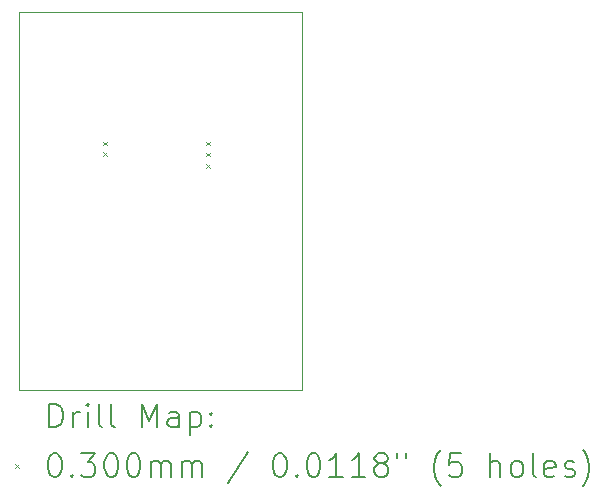
<source format=gbr>
%TF.GenerationSoftware,KiCad,Pcbnew,8.0.9*%
%TF.CreationDate,2025-11-29T23:27:23-05:00*%
%TF.ProjectId,repositorio,7265706f-7369-4746-9f72-696f2e6b6963,rev?*%
%TF.SameCoordinates,Original*%
%TF.FileFunction,Drillmap*%
%TF.FilePolarity,Positive*%
%FSLAX45Y45*%
G04 Gerber Fmt 4.5, Leading zero omitted, Abs format (unit mm)*
G04 Created by KiCad (PCBNEW 8.0.9) date 2025-11-29 23:27:23*
%MOMM*%
%LPD*%
G01*
G04 APERTURE LIST*
%ADD10C,0.050000*%
%ADD11C,0.200000*%
%ADD12C,0.100000*%
G04 APERTURE END LIST*
D10*
X17750000Y-6650000D02*
X20150000Y-6650000D01*
X20150000Y-9850000D01*
X17750000Y-9850000D01*
X17750000Y-6650000D01*
D11*
D12*
X18465000Y-7745000D02*
X18495000Y-7775000D01*
X18495000Y-7745000D02*
X18465000Y-7775000D01*
X18465000Y-7835000D02*
X18495000Y-7865000D01*
X18495000Y-7835000D02*
X18465000Y-7865000D01*
X19335000Y-7745000D02*
X19365000Y-7775000D01*
X19365000Y-7745000D02*
X19335000Y-7775000D01*
X19335000Y-7840000D02*
X19365000Y-7870000D01*
X19365000Y-7840000D02*
X19335000Y-7870000D01*
X19335000Y-7935000D02*
X19365000Y-7965000D01*
X19365000Y-7935000D02*
X19335000Y-7965000D01*
D11*
X18008277Y-10163984D02*
X18008277Y-9963984D01*
X18008277Y-9963984D02*
X18055896Y-9963984D01*
X18055896Y-9963984D02*
X18084467Y-9973508D01*
X18084467Y-9973508D02*
X18103515Y-9992555D01*
X18103515Y-9992555D02*
X18113039Y-10011603D01*
X18113039Y-10011603D02*
X18122563Y-10049698D01*
X18122563Y-10049698D02*
X18122563Y-10078270D01*
X18122563Y-10078270D02*
X18113039Y-10116365D01*
X18113039Y-10116365D02*
X18103515Y-10135412D01*
X18103515Y-10135412D02*
X18084467Y-10154460D01*
X18084467Y-10154460D02*
X18055896Y-10163984D01*
X18055896Y-10163984D02*
X18008277Y-10163984D01*
X18208277Y-10163984D02*
X18208277Y-10030650D01*
X18208277Y-10068746D02*
X18217801Y-10049698D01*
X18217801Y-10049698D02*
X18227324Y-10040174D01*
X18227324Y-10040174D02*
X18246372Y-10030650D01*
X18246372Y-10030650D02*
X18265420Y-10030650D01*
X18332086Y-10163984D02*
X18332086Y-10030650D01*
X18332086Y-9963984D02*
X18322563Y-9973508D01*
X18322563Y-9973508D02*
X18332086Y-9983031D01*
X18332086Y-9983031D02*
X18341610Y-9973508D01*
X18341610Y-9973508D02*
X18332086Y-9963984D01*
X18332086Y-9963984D02*
X18332086Y-9983031D01*
X18455896Y-10163984D02*
X18436848Y-10154460D01*
X18436848Y-10154460D02*
X18427324Y-10135412D01*
X18427324Y-10135412D02*
X18427324Y-9963984D01*
X18560658Y-10163984D02*
X18541610Y-10154460D01*
X18541610Y-10154460D02*
X18532086Y-10135412D01*
X18532086Y-10135412D02*
X18532086Y-9963984D01*
X18789229Y-10163984D02*
X18789229Y-9963984D01*
X18789229Y-9963984D02*
X18855896Y-10106841D01*
X18855896Y-10106841D02*
X18922563Y-9963984D01*
X18922563Y-9963984D02*
X18922563Y-10163984D01*
X19103515Y-10163984D02*
X19103515Y-10059222D01*
X19103515Y-10059222D02*
X19093991Y-10040174D01*
X19093991Y-10040174D02*
X19074944Y-10030650D01*
X19074944Y-10030650D02*
X19036848Y-10030650D01*
X19036848Y-10030650D02*
X19017801Y-10040174D01*
X19103515Y-10154460D02*
X19084467Y-10163984D01*
X19084467Y-10163984D02*
X19036848Y-10163984D01*
X19036848Y-10163984D02*
X19017801Y-10154460D01*
X19017801Y-10154460D02*
X19008277Y-10135412D01*
X19008277Y-10135412D02*
X19008277Y-10116365D01*
X19008277Y-10116365D02*
X19017801Y-10097317D01*
X19017801Y-10097317D02*
X19036848Y-10087793D01*
X19036848Y-10087793D02*
X19084467Y-10087793D01*
X19084467Y-10087793D02*
X19103515Y-10078270D01*
X19198753Y-10030650D02*
X19198753Y-10230650D01*
X19198753Y-10040174D02*
X19217801Y-10030650D01*
X19217801Y-10030650D02*
X19255896Y-10030650D01*
X19255896Y-10030650D02*
X19274944Y-10040174D01*
X19274944Y-10040174D02*
X19284467Y-10049698D01*
X19284467Y-10049698D02*
X19293991Y-10068746D01*
X19293991Y-10068746D02*
X19293991Y-10125889D01*
X19293991Y-10125889D02*
X19284467Y-10144936D01*
X19284467Y-10144936D02*
X19274944Y-10154460D01*
X19274944Y-10154460D02*
X19255896Y-10163984D01*
X19255896Y-10163984D02*
X19217801Y-10163984D01*
X19217801Y-10163984D02*
X19198753Y-10154460D01*
X19379705Y-10144936D02*
X19389229Y-10154460D01*
X19389229Y-10154460D02*
X19379705Y-10163984D01*
X19379705Y-10163984D02*
X19370182Y-10154460D01*
X19370182Y-10154460D02*
X19379705Y-10144936D01*
X19379705Y-10144936D02*
X19379705Y-10163984D01*
X19379705Y-10040174D02*
X19389229Y-10049698D01*
X19389229Y-10049698D02*
X19379705Y-10059222D01*
X19379705Y-10059222D02*
X19370182Y-10049698D01*
X19370182Y-10049698D02*
X19379705Y-10040174D01*
X19379705Y-10040174D02*
X19379705Y-10059222D01*
D12*
X17717500Y-10477500D02*
X17747500Y-10507500D01*
X17747500Y-10477500D02*
X17717500Y-10507500D01*
D11*
X18046372Y-10383984D02*
X18065420Y-10383984D01*
X18065420Y-10383984D02*
X18084467Y-10393508D01*
X18084467Y-10393508D02*
X18093991Y-10403031D01*
X18093991Y-10403031D02*
X18103515Y-10422079D01*
X18103515Y-10422079D02*
X18113039Y-10460174D01*
X18113039Y-10460174D02*
X18113039Y-10507793D01*
X18113039Y-10507793D02*
X18103515Y-10545889D01*
X18103515Y-10545889D02*
X18093991Y-10564936D01*
X18093991Y-10564936D02*
X18084467Y-10574460D01*
X18084467Y-10574460D02*
X18065420Y-10583984D01*
X18065420Y-10583984D02*
X18046372Y-10583984D01*
X18046372Y-10583984D02*
X18027324Y-10574460D01*
X18027324Y-10574460D02*
X18017801Y-10564936D01*
X18017801Y-10564936D02*
X18008277Y-10545889D01*
X18008277Y-10545889D02*
X17998753Y-10507793D01*
X17998753Y-10507793D02*
X17998753Y-10460174D01*
X17998753Y-10460174D02*
X18008277Y-10422079D01*
X18008277Y-10422079D02*
X18017801Y-10403031D01*
X18017801Y-10403031D02*
X18027324Y-10393508D01*
X18027324Y-10393508D02*
X18046372Y-10383984D01*
X18198753Y-10564936D02*
X18208277Y-10574460D01*
X18208277Y-10574460D02*
X18198753Y-10583984D01*
X18198753Y-10583984D02*
X18189229Y-10574460D01*
X18189229Y-10574460D02*
X18198753Y-10564936D01*
X18198753Y-10564936D02*
X18198753Y-10583984D01*
X18274944Y-10383984D02*
X18398753Y-10383984D01*
X18398753Y-10383984D02*
X18332086Y-10460174D01*
X18332086Y-10460174D02*
X18360658Y-10460174D01*
X18360658Y-10460174D02*
X18379705Y-10469698D01*
X18379705Y-10469698D02*
X18389229Y-10479222D01*
X18389229Y-10479222D02*
X18398753Y-10498270D01*
X18398753Y-10498270D02*
X18398753Y-10545889D01*
X18398753Y-10545889D02*
X18389229Y-10564936D01*
X18389229Y-10564936D02*
X18379705Y-10574460D01*
X18379705Y-10574460D02*
X18360658Y-10583984D01*
X18360658Y-10583984D02*
X18303515Y-10583984D01*
X18303515Y-10583984D02*
X18284467Y-10574460D01*
X18284467Y-10574460D02*
X18274944Y-10564936D01*
X18522563Y-10383984D02*
X18541610Y-10383984D01*
X18541610Y-10383984D02*
X18560658Y-10393508D01*
X18560658Y-10393508D02*
X18570182Y-10403031D01*
X18570182Y-10403031D02*
X18579705Y-10422079D01*
X18579705Y-10422079D02*
X18589229Y-10460174D01*
X18589229Y-10460174D02*
X18589229Y-10507793D01*
X18589229Y-10507793D02*
X18579705Y-10545889D01*
X18579705Y-10545889D02*
X18570182Y-10564936D01*
X18570182Y-10564936D02*
X18560658Y-10574460D01*
X18560658Y-10574460D02*
X18541610Y-10583984D01*
X18541610Y-10583984D02*
X18522563Y-10583984D01*
X18522563Y-10583984D02*
X18503515Y-10574460D01*
X18503515Y-10574460D02*
X18493991Y-10564936D01*
X18493991Y-10564936D02*
X18484467Y-10545889D01*
X18484467Y-10545889D02*
X18474944Y-10507793D01*
X18474944Y-10507793D02*
X18474944Y-10460174D01*
X18474944Y-10460174D02*
X18484467Y-10422079D01*
X18484467Y-10422079D02*
X18493991Y-10403031D01*
X18493991Y-10403031D02*
X18503515Y-10393508D01*
X18503515Y-10393508D02*
X18522563Y-10383984D01*
X18713039Y-10383984D02*
X18732086Y-10383984D01*
X18732086Y-10383984D02*
X18751134Y-10393508D01*
X18751134Y-10393508D02*
X18760658Y-10403031D01*
X18760658Y-10403031D02*
X18770182Y-10422079D01*
X18770182Y-10422079D02*
X18779705Y-10460174D01*
X18779705Y-10460174D02*
X18779705Y-10507793D01*
X18779705Y-10507793D02*
X18770182Y-10545889D01*
X18770182Y-10545889D02*
X18760658Y-10564936D01*
X18760658Y-10564936D02*
X18751134Y-10574460D01*
X18751134Y-10574460D02*
X18732086Y-10583984D01*
X18732086Y-10583984D02*
X18713039Y-10583984D01*
X18713039Y-10583984D02*
X18693991Y-10574460D01*
X18693991Y-10574460D02*
X18684467Y-10564936D01*
X18684467Y-10564936D02*
X18674944Y-10545889D01*
X18674944Y-10545889D02*
X18665420Y-10507793D01*
X18665420Y-10507793D02*
X18665420Y-10460174D01*
X18665420Y-10460174D02*
X18674944Y-10422079D01*
X18674944Y-10422079D02*
X18684467Y-10403031D01*
X18684467Y-10403031D02*
X18693991Y-10393508D01*
X18693991Y-10393508D02*
X18713039Y-10383984D01*
X18865420Y-10583984D02*
X18865420Y-10450650D01*
X18865420Y-10469698D02*
X18874944Y-10460174D01*
X18874944Y-10460174D02*
X18893991Y-10450650D01*
X18893991Y-10450650D02*
X18922563Y-10450650D01*
X18922563Y-10450650D02*
X18941610Y-10460174D01*
X18941610Y-10460174D02*
X18951134Y-10479222D01*
X18951134Y-10479222D02*
X18951134Y-10583984D01*
X18951134Y-10479222D02*
X18960658Y-10460174D01*
X18960658Y-10460174D02*
X18979705Y-10450650D01*
X18979705Y-10450650D02*
X19008277Y-10450650D01*
X19008277Y-10450650D02*
X19027325Y-10460174D01*
X19027325Y-10460174D02*
X19036848Y-10479222D01*
X19036848Y-10479222D02*
X19036848Y-10583984D01*
X19132086Y-10583984D02*
X19132086Y-10450650D01*
X19132086Y-10469698D02*
X19141610Y-10460174D01*
X19141610Y-10460174D02*
X19160658Y-10450650D01*
X19160658Y-10450650D02*
X19189229Y-10450650D01*
X19189229Y-10450650D02*
X19208277Y-10460174D01*
X19208277Y-10460174D02*
X19217801Y-10479222D01*
X19217801Y-10479222D02*
X19217801Y-10583984D01*
X19217801Y-10479222D02*
X19227325Y-10460174D01*
X19227325Y-10460174D02*
X19246372Y-10450650D01*
X19246372Y-10450650D02*
X19274944Y-10450650D01*
X19274944Y-10450650D02*
X19293991Y-10460174D01*
X19293991Y-10460174D02*
X19303515Y-10479222D01*
X19303515Y-10479222D02*
X19303515Y-10583984D01*
X19693991Y-10374460D02*
X19522563Y-10631603D01*
X19951134Y-10383984D02*
X19970182Y-10383984D01*
X19970182Y-10383984D02*
X19989229Y-10393508D01*
X19989229Y-10393508D02*
X19998753Y-10403031D01*
X19998753Y-10403031D02*
X20008277Y-10422079D01*
X20008277Y-10422079D02*
X20017801Y-10460174D01*
X20017801Y-10460174D02*
X20017801Y-10507793D01*
X20017801Y-10507793D02*
X20008277Y-10545889D01*
X20008277Y-10545889D02*
X19998753Y-10564936D01*
X19998753Y-10564936D02*
X19989229Y-10574460D01*
X19989229Y-10574460D02*
X19970182Y-10583984D01*
X19970182Y-10583984D02*
X19951134Y-10583984D01*
X19951134Y-10583984D02*
X19932087Y-10574460D01*
X19932087Y-10574460D02*
X19922563Y-10564936D01*
X19922563Y-10564936D02*
X19913039Y-10545889D01*
X19913039Y-10545889D02*
X19903515Y-10507793D01*
X19903515Y-10507793D02*
X19903515Y-10460174D01*
X19903515Y-10460174D02*
X19913039Y-10422079D01*
X19913039Y-10422079D02*
X19922563Y-10403031D01*
X19922563Y-10403031D02*
X19932087Y-10393508D01*
X19932087Y-10393508D02*
X19951134Y-10383984D01*
X20103515Y-10564936D02*
X20113039Y-10574460D01*
X20113039Y-10574460D02*
X20103515Y-10583984D01*
X20103515Y-10583984D02*
X20093991Y-10574460D01*
X20093991Y-10574460D02*
X20103515Y-10564936D01*
X20103515Y-10564936D02*
X20103515Y-10583984D01*
X20236848Y-10383984D02*
X20255896Y-10383984D01*
X20255896Y-10383984D02*
X20274944Y-10393508D01*
X20274944Y-10393508D02*
X20284468Y-10403031D01*
X20284468Y-10403031D02*
X20293991Y-10422079D01*
X20293991Y-10422079D02*
X20303515Y-10460174D01*
X20303515Y-10460174D02*
X20303515Y-10507793D01*
X20303515Y-10507793D02*
X20293991Y-10545889D01*
X20293991Y-10545889D02*
X20284468Y-10564936D01*
X20284468Y-10564936D02*
X20274944Y-10574460D01*
X20274944Y-10574460D02*
X20255896Y-10583984D01*
X20255896Y-10583984D02*
X20236848Y-10583984D01*
X20236848Y-10583984D02*
X20217801Y-10574460D01*
X20217801Y-10574460D02*
X20208277Y-10564936D01*
X20208277Y-10564936D02*
X20198753Y-10545889D01*
X20198753Y-10545889D02*
X20189229Y-10507793D01*
X20189229Y-10507793D02*
X20189229Y-10460174D01*
X20189229Y-10460174D02*
X20198753Y-10422079D01*
X20198753Y-10422079D02*
X20208277Y-10403031D01*
X20208277Y-10403031D02*
X20217801Y-10393508D01*
X20217801Y-10393508D02*
X20236848Y-10383984D01*
X20493991Y-10583984D02*
X20379706Y-10583984D01*
X20436848Y-10583984D02*
X20436848Y-10383984D01*
X20436848Y-10383984D02*
X20417801Y-10412555D01*
X20417801Y-10412555D02*
X20398753Y-10431603D01*
X20398753Y-10431603D02*
X20379706Y-10441127D01*
X20684468Y-10583984D02*
X20570182Y-10583984D01*
X20627325Y-10583984D02*
X20627325Y-10383984D01*
X20627325Y-10383984D02*
X20608277Y-10412555D01*
X20608277Y-10412555D02*
X20589229Y-10431603D01*
X20589229Y-10431603D02*
X20570182Y-10441127D01*
X20798753Y-10469698D02*
X20779706Y-10460174D01*
X20779706Y-10460174D02*
X20770182Y-10450650D01*
X20770182Y-10450650D02*
X20760658Y-10431603D01*
X20760658Y-10431603D02*
X20760658Y-10422079D01*
X20760658Y-10422079D02*
X20770182Y-10403031D01*
X20770182Y-10403031D02*
X20779706Y-10393508D01*
X20779706Y-10393508D02*
X20798753Y-10383984D01*
X20798753Y-10383984D02*
X20836849Y-10383984D01*
X20836849Y-10383984D02*
X20855896Y-10393508D01*
X20855896Y-10393508D02*
X20865420Y-10403031D01*
X20865420Y-10403031D02*
X20874944Y-10422079D01*
X20874944Y-10422079D02*
X20874944Y-10431603D01*
X20874944Y-10431603D02*
X20865420Y-10450650D01*
X20865420Y-10450650D02*
X20855896Y-10460174D01*
X20855896Y-10460174D02*
X20836849Y-10469698D01*
X20836849Y-10469698D02*
X20798753Y-10469698D01*
X20798753Y-10469698D02*
X20779706Y-10479222D01*
X20779706Y-10479222D02*
X20770182Y-10488746D01*
X20770182Y-10488746D02*
X20760658Y-10507793D01*
X20760658Y-10507793D02*
X20760658Y-10545889D01*
X20760658Y-10545889D02*
X20770182Y-10564936D01*
X20770182Y-10564936D02*
X20779706Y-10574460D01*
X20779706Y-10574460D02*
X20798753Y-10583984D01*
X20798753Y-10583984D02*
X20836849Y-10583984D01*
X20836849Y-10583984D02*
X20855896Y-10574460D01*
X20855896Y-10574460D02*
X20865420Y-10564936D01*
X20865420Y-10564936D02*
X20874944Y-10545889D01*
X20874944Y-10545889D02*
X20874944Y-10507793D01*
X20874944Y-10507793D02*
X20865420Y-10488746D01*
X20865420Y-10488746D02*
X20855896Y-10479222D01*
X20855896Y-10479222D02*
X20836849Y-10469698D01*
X20951134Y-10383984D02*
X20951134Y-10422079D01*
X21027325Y-10383984D02*
X21027325Y-10422079D01*
X21322563Y-10660174D02*
X21313039Y-10650650D01*
X21313039Y-10650650D02*
X21293991Y-10622079D01*
X21293991Y-10622079D02*
X21284468Y-10603031D01*
X21284468Y-10603031D02*
X21274944Y-10574460D01*
X21274944Y-10574460D02*
X21265420Y-10526841D01*
X21265420Y-10526841D02*
X21265420Y-10488746D01*
X21265420Y-10488746D02*
X21274944Y-10441127D01*
X21274944Y-10441127D02*
X21284468Y-10412555D01*
X21284468Y-10412555D02*
X21293991Y-10393508D01*
X21293991Y-10393508D02*
X21313039Y-10364936D01*
X21313039Y-10364936D02*
X21322563Y-10355412D01*
X21493991Y-10383984D02*
X21398753Y-10383984D01*
X21398753Y-10383984D02*
X21389230Y-10479222D01*
X21389230Y-10479222D02*
X21398753Y-10469698D01*
X21398753Y-10469698D02*
X21417801Y-10460174D01*
X21417801Y-10460174D02*
X21465420Y-10460174D01*
X21465420Y-10460174D02*
X21484468Y-10469698D01*
X21484468Y-10469698D02*
X21493991Y-10479222D01*
X21493991Y-10479222D02*
X21503515Y-10498270D01*
X21503515Y-10498270D02*
X21503515Y-10545889D01*
X21503515Y-10545889D02*
X21493991Y-10564936D01*
X21493991Y-10564936D02*
X21484468Y-10574460D01*
X21484468Y-10574460D02*
X21465420Y-10583984D01*
X21465420Y-10583984D02*
X21417801Y-10583984D01*
X21417801Y-10583984D02*
X21398753Y-10574460D01*
X21398753Y-10574460D02*
X21389230Y-10564936D01*
X21741611Y-10583984D02*
X21741611Y-10383984D01*
X21827325Y-10583984D02*
X21827325Y-10479222D01*
X21827325Y-10479222D02*
X21817801Y-10460174D01*
X21817801Y-10460174D02*
X21798753Y-10450650D01*
X21798753Y-10450650D02*
X21770182Y-10450650D01*
X21770182Y-10450650D02*
X21751134Y-10460174D01*
X21751134Y-10460174D02*
X21741611Y-10469698D01*
X21951134Y-10583984D02*
X21932087Y-10574460D01*
X21932087Y-10574460D02*
X21922563Y-10564936D01*
X21922563Y-10564936D02*
X21913039Y-10545889D01*
X21913039Y-10545889D02*
X21913039Y-10488746D01*
X21913039Y-10488746D02*
X21922563Y-10469698D01*
X21922563Y-10469698D02*
X21932087Y-10460174D01*
X21932087Y-10460174D02*
X21951134Y-10450650D01*
X21951134Y-10450650D02*
X21979706Y-10450650D01*
X21979706Y-10450650D02*
X21998753Y-10460174D01*
X21998753Y-10460174D02*
X22008277Y-10469698D01*
X22008277Y-10469698D02*
X22017801Y-10488746D01*
X22017801Y-10488746D02*
X22017801Y-10545889D01*
X22017801Y-10545889D02*
X22008277Y-10564936D01*
X22008277Y-10564936D02*
X21998753Y-10574460D01*
X21998753Y-10574460D02*
X21979706Y-10583984D01*
X21979706Y-10583984D02*
X21951134Y-10583984D01*
X22132087Y-10583984D02*
X22113039Y-10574460D01*
X22113039Y-10574460D02*
X22103515Y-10555412D01*
X22103515Y-10555412D02*
X22103515Y-10383984D01*
X22284468Y-10574460D02*
X22265420Y-10583984D01*
X22265420Y-10583984D02*
X22227325Y-10583984D01*
X22227325Y-10583984D02*
X22208277Y-10574460D01*
X22208277Y-10574460D02*
X22198753Y-10555412D01*
X22198753Y-10555412D02*
X22198753Y-10479222D01*
X22198753Y-10479222D02*
X22208277Y-10460174D01*
X22208277Y-10460174D02*
X22227325Y-10450650D01*
X22227325Y-10450650D02*
X22265420Y-10450650D01*
X22265420Y-10450650D02*
X22284468Y-10460174D01*
X22284468Y-10460174D02*
X22293992Y-10479222D01*
X22293992Y-10479222D02*
X22293992Y-10498270D01*
X22293992Y-10498270D02*
X22198753Y-10517317D01*
X22370182Y-10574460D02*
X22389230Y-10583984D01*
X22389230Y-10583984D02*
X22427325Y-10583984D01*
X22427325Y-10583984D02*
X22446372Y-10574460D01*
X22446372Y-10574460D02*
X22455896Y-10555412D01*
X22455896Y-10555412D02*
X22455896Y-10545889D01*
X22455896Y-10545889D02*
X22446372Y-10526841D01*
X22446372Y-10526841D02*
X22427325Y-10517317D01*
X22427325Y-10517317D02*
X22398753Y-10517317D01*
X22398753Y-10517317D02*
X22379706Y-10507793D01*
X22379706Y-10507793D02*
X22370182Y-10488746D01*
X22370182Y-10488746D02*
X22370182Y-10479222D01*
X22370182Y-10479222D02*
X22379706Y-10460174D01*
X22379706Y-10460174D02*
X22398753Y-10450650D01*
X22398753Y-10450650D02*
X22427325Y-10450650D01*
X22427325Y-10450650D02*
X22446372Y-10460174D01*
X22522563Y-10660174D02*
X22532087Y-10650650D01*
X22532087Y-10650650D02*
X22551134Y-10622079D01*
X22551134Y-10622079D02*
X22560658Y-10603031D01*
X22560658Y-10603031D02*
X22570182Y-10574460D01*
X22570182Y-10574460D02*
X22579706Y-10526841D01*
X22579706Y-10526841D02*
X22579706Y-10488746D01*
X22579706Y-10488746D02*
X22570182Y-10441127D01*
X22570182Y-10441127D02*
X22560658Y-10412555D01*
X22560658Y-10412555D02*
X22551134Y-10393508D01*
X22551134Y-10393508D02*
X22532087Y-10364936D01*
X22532087Y-10364936D02*
X22522563Y-10355412D01*
M02*

</source>
